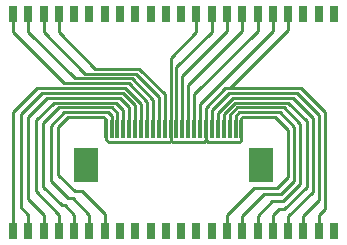
<source format=gtl>
G04 #@! TF.GenerationSoftware,KiCad,Pcbnew,(6.0.1)*
G04 #@! TF.CreationDate,2022-03-04T19:07:32+03:00*
G04 #@! TF.ProjectId,EXT_M_V1.1,4558545f-4d5f-4563-912e-312e6b696361,rev?*
G04 #@! TF.SameCoordinates,Original*
G04 #@! TF.FileFunction,Copper,L1,Top*
G04 #@! TF.FilePolarity,Positive*
%FSLAX46Y46*%
G04 Gerber Fmt 4.6, Leading zero omitted, Abs format (unit mm)*
G04 Created by KiCad (PCBNEW (6.0.1)) date 2022-03-04 19:07:32*
%MOMM*%
%LPD*%
G01*
G04 APERTURE LIST*
G04 #@! TA.AperFunction,ComponentPad*
%ADD10R,0.800000X1.400000*%
G04 #@! TD*
G04 #@! TA.AperFunction,SMDPad,CuDef*
%ADD11R,0.300000X1.500000*%
G04 #@! TD*
G04 #@! TA.AperFunction,SMDPad,CuDef*
%ADD12R,2.000000X3.000000*%
G04 #@! TD*
G04 #@! TA.AperFunction,Conductor*
%ADD13C,0.254000*%
G04 #@! TD*
G04 APERTURE END LIST*
D10*
G04 #@! TO.P,J2,1*
G04 #@! TO.N,/M3_D7*
X170959917Y-104300000D03*
G04 #@! TO.P,J2,2*
G04 #@! TO.N,/B3*
X172253641Y-104300000D03*
G04 #@! TO.P,J2,3*
G04 #@! TO.N,/B5*
X173547415Y-104300000D03*
G04 #@! TO.P,J2,4*
G04 #@! TO.N,/B4*
X174841139Y-104300000D03*
G04 #@! TO.P,J2,5*
G04 #@! TO.N,/B1*
X176134913Y-104300000D03*
G04 #@! TO.P,J2,6*
G04 #@! TO.N,/B2*
X177428637Y-104300000D03*
G04 #@! TO.P,J2,7*
G04 #@! TO.N,/GND*
X178722411Y-104300000D03*
G04 #@! TO.P,J2,8*
G04 #@! TO.N,unconnected-(J2-Pad8)*
X180016135Y-104300000D03*
G04 #@! TO.P,J2,9*
G04 #@! TO.N,unconnected-(J2-Pad9)*
X181309909Y-104300000D03*
G04 #@! TO.P,J2,10*
G04 #@! TO.N,unconnected-(J2-Pad10)*
X182603937Y-104300000D03*
G04 #@! TO.P,J2,11*
G04 #@! TO.N,unconnected-(J2-Pad11)*
X183897966Y-104300000D03*
G04 #@! TO.P,J2,12*
G04 #@! TO.N,unconnected-(J2-Pad12)*
X185191943Y-104300000D03*
G04 #@! TO.P,J2,13*
G04 #@! TO.N,unconnected-(J2-Pad13)*
X186485972Y-104300000D03*
G04 #@! TO.P,J2,14*
G04 #@! TO.N,unconnected-(J2-Pad14)*
X187780000Y-104300000D03*
G04 #@! TO.P,J2,15*
G04 #@! TO.N,/GND*
X189074029Y-104300000D03*
G04 #@! TO.P,J2,16*
G04 #@! TO.N,/M2_D1*
X190368057Y-104300000D03*
G04 #@! TO.P,J2,17*
G04 #@! TO.N,/M2_D2*
X191662085Y-104300000D03*
G04 #@! TO.P,J2,18*
G04 #@! TO.N,/M2_D3*
X192956114Y-104300000D03*
G04 #@! TO.P,J2,19*
G04 #@! TO.N,/M2_D4*
X194250091Y-104300000D03*
G04 #@! TO.P,J2,20*
G04 #@! TO.N,/M2_D5*
X195544120Y-104300000D03*
G04 #@! TO.P,J2,21*
G04 #@! TO.N,/GND*
X196838148Y-104300000D03*
G04 #@! TO.P,J2,22*
G04 #@! TO.N,unconnected-(J2-Pad22)*
X198132177Y-104300000D03*
G04 #@! TD*
D11*
G04 #@! TO.P,J3,1*
G04 #@! TO.N,/GND*
X178799999Y-95701520D03*
G04 #@! TO.P,J3,2*
G04 #@! TO.N,/B2*
X179300023Y-95701520D03*
G04 #@! TO.P,J3,3*
G04 #@! TO.N,/B1*
X179799997Y-95701520D03*
G04 #@! TO.P,J3,4*
G04 #@! TO.N,/B4*
X180300021Y-95701520D03*
G04 #@! TO.P,J3,5*
G04 #@! TO.N,/B5*
X180799995Y-95701520D03*
G04 #@! TO.P,J3,6*
G04 #@! TO.N,/B3*
X181300019Y-95701520D03*
G04 #@! TO.P,J3,7*
G04 #@! TO.N,/M3_D7*
X181799993Y-95701520D03*
G04 #@! TO.P,J3,8*
G04 #@! TO.N,/M3_D2*
X182300017Y-95701520D03*
G04 #@! TO.P,J3,9*
G04 #@! TO.N,/M3_D1*
X182799991Y-95701520D03*
G04 #@! TO.P,J3,10*
G04 #@! TO.N,/VCC3*
X183300015Y-95701520D03*
G04 #@! TO.P,J3,11*
G04 #@! TO.N,/VCC2*
X183799989Y-95701520D03*
G04 #@! TO.P,J3,12*
G04 #@! TO.N,/GND*
X184300013Y-95701520D03*
G04 #@! TO.P,J3,13*
G04 #@! TO.N,/M2_D6*
X184799987Y-95701520D03*
G04 #@! TO.P,J3,14*
G04 #@! TO.N,/M2_D7*
X185300011Y-95701520D03*
G04 #@! TO.P,J3,15*
G04 #@! TO.N,/M2_D8*
X185799985Y-95701520D03*
G04 #@! TO.P,J3,16*
G04 #@! TO.N,/M2_D9*
X186300009Y-95701520D03*
G04 #@! TO.P,J3,17*
G04 #@! TO.N,/M2_D10*
X186799983Y-95701520D03*
G04 #@! TO.P,J3,18*
G04 #@! TO.N,/GND*
X187300007Y-95701520D03*
G04 #@! TO.P,J3,19*
G04 #@! TO.N,/M2_D5*
X187799981Y-95701520D03*
G04 #@! TO.P,J3,20*
G04 #@! TO.N,/M2_D4*
X188300005Y-95701520D03*
G04 #@! TO.P,J3,21*
G04 #@! TO.N,/M2_D3*
X188799979Y-95701520D03*
G04 #@! TO.P,J3,22*
G04 #@! TO.N,/M2_D2*
X189300003Y-95701520D03*
G04 #@! TO.P,J3,23*
G04 #@! TO.N,/M2_D1*
X189800028Y-95701520D03*
G04 #@! TO.P,J3,24*
G04 #@! TO.N,/GND*
X190300052Y-95701520D03*
D12*
G04 #@! TO.P,J3,A*
G04 #@! TO.N,N/C*
X177150015Y-98701514D03*
X191949985Y-98701514D03*
G04 #@! TD*
D10*
G04 #@! TO.P,J1,1*
G04 #@! TO.N,unconnected-(J1-Pad1)*
X198130083Y-85900000D03*
G04 #@! TO.P,J1,2*
G04 #@! TO.N,unconnected-(J1-Pad2)*
X196836359Y-85900000D03*
G04 #@! TO.P,J1,3*
G04 #@! TO.N,unconnected-(J1-Pad3)*
X195542585Y-85900000D03*
G04 #@! TO.P,J1,4*
G04 #@! TO.N,/GND*
X194248861Y-85900000D03*
G04 #@! TO.P,J1,5*
G04 #@! TO.N,/M2_D10*
X192955087Y-85900000D03*
G04 #@! TO.P,J1,6*
G04 #@! TO.N,/M2_D9*
X191661363Y-85900000D03*
G04 #@! TO.P,J1,7*
G04 #@! TO.N,/M2_D8*
X190367589Y-85900000D03*
G04 #@! TO.P,J1,8*
G04 #@! TO.N,/M2_D7*
X189073865Y-85900000D03*
G04 #@! TO.P,J1,9*
G04 #@! TO.N,/M2_D6*
X187780091Y-85900000D03*
G04 #@! TO.P,J1,10*
G04 #@! TO.N,/GND*
X186486063Y-85900000D03*
G04 #@! TO.P,J1,11*
G04 #@! TO.N,unconnected-(J1-Pad11)*
X185192034Y-85900000D03*
G04 #@! TO.P,J1,12*
G04 #@! TO.N,unconnected-(J1-Pad12)*
X183898057Y-85900000D03*
G04 #@! TO.P,J1,13*
G04 #@! TO.N,unconnected-(J1-Pad13)*
X182604028Y-85900000D03*
G04 #@! TO.P,J1,14*
G04 #@! TO.N,unconnected-(J1-Pad14)*
X181310000Y-85900000D03*
G04 #@! TO.P,J1,15*
G04 #@! TO.N,unconnected-(J1-Pad15)*
X180015971Y-85900000D03*
G04 #@! TO.P,J1,16*
G04 #@! TO.N,unconnected-(J1-Pad16)*
X178721943Y-85900000D03*
G04 #@! TO.P,J1,17*
G04 #@! TO.N,unconnected-(J1-Pad17)*
X177427915Y-85900000D03*
G04 #@! TO.P,J1,18*
G04 #@! TO.N,unconnected-(J1-Pad18)*
X176133886Y-85900000D03*
G04 #@! TO.P,J1,19*
G04 #@! TO.N,/VCC2*
X174839909Y-85900000D03*
G04 #@! TO.P,J1,20*
G04 #@! TO.N,/VCC3*
X173545880Y-85900000D03*
G04 #@! TO.P,J1,21*
G04 #@! TO.N,/M3_D1*
X172251852Y-85900000D03*
G04 #@! TO.P,J1,22*
G04 #@! TO.N,/M3_D2*
X170957823Y-85900000D03*
G04 #@! TD*
D13*
G04 #@! TO.N,/GND*
X178594631Y-94655882D02*
X178800010Y-94861261D01*
X187138119Y-96789482D02*
X187300019Y-96627582D01*
X186488997Y-87469104D02*
X186488997Y-85599969D01*
X174793709Y-99558072D02*
X176178019Y-100942382D01*
X190148019Y-96789482D02*
X190300063Y-96637438D01*
X193310319Y-100650282D02*
X194250119Y-99710482D01*
X184300025Y-96643788D02*
X184300025Y-95600000D01*
X190300063Y-96637438D02*
X190300063Y-95600000D01*
X194251795Y-87275506D02*
X194251795Y-85599969D01*
X184300025Y-89658076D02*
X186488997Y-87469104D01*
X187461918Y-96789482D02*
X190148019Y-96789482D01*
X189309819Y-92217482D02*
X194251795Y-87275506D01*
X178725537Y-104599982D02*
X178725537Y-102893000D01*
X191405319Y-100650282D02*
X193310319Y-100650282D01*
X187300019Y-93858982D02*
X188941519Y-92217482D01*
X184300025Y-96643788D02*
X184445719Y-96789482D01*
X190427419Y-94655882D02*
X193183319Y-94655882D01*
X193183319Y-94655882D02*
X194250119Y-95722682D01*
X188941519Y-92217482D02*
X189309819Y-92217482D01*
X195316919Y-92217482D02*
X197368269Y-94268832D01*
X197368269Y-102459732D02*
X197368269Y-94268832D01*
X184445719Y-96789482D02*
X187138119Y-96789482D01*
X178823010Y-96564273D02*
X179048219Y-96789482D01*
X196841275Y-104599982D02*
X196841275Y-102986726D01*
X187300019Y-96627582D02*
X187300019Y-95600000D01*
X178800010Y-95600000D02*
X178800010Y-94861261D01*
X184200330Y-96789482D02*
X184300025Y-96689787D01*
X178823010Y-96564273D02*
X178823010Y-95623000D01*
X189449519Y-92217482D02*
X195316919Y-92217482D01*
X190300063Y-94783238D02*
X190427419Y-94655882D01*
X176178019Y-100942382D02*
X176774919Y-100942382D01*
X179048219Y-96789482D02*
X184200330Y-96789482D01*
X187300019Y-96627582D02*
X187461918Y-96789482D01*
X184300025Y-95600000D02*
X184300025Y-89658076D01*
X178800010Y-95600000D02*
X178823010Y-95623000D01*
X174793709Y-99558072D02*
X174793709Y-95468682D01*
X194250119Y-99710482D02*
X194250119Y-95722682D01*
X189077155Y-104599982D02*
X189077155Y-102978446D01*
X196841275Y-102986726D02*
X197368269Y-102459732D01*
X190300063Y-95600000D02*
X190300063Y-94783238D01*
X184300025Y-96689787D02*
X184300025Y-96643788D01*
X189077155Y-102978446D02*
X191405319Y-100650282D01*
X175606519Y-94655882D02*
X178594631Y-94655882D01*
X176774919Y-100942382D02*
X178725537Y-102893000D01*
X187300019Y-95600000D02*
X187300019Y-93858982D01*
X174793719Y-95468682D02*
X175606519Y-94655882D01*
G04 #@! TO.N,/M2_D10*
X186799994Y-93533507D02*
X192958021Y-87375480D01*
X186799994Y-95600000D02*
X186799994Y-93533507D01*
X192958021Y-87375480D02*
X192958021Y-85599969D01*
G04 #@! TO.N,/M2_D9*
X191664297Y-87335704D02*
X191664297Y-85599969D01*
X186300021Y-92699980D02*
X191664297Y-87335704D01*
X186300021Y-95600000D02*
X186300021Y-92699980D01*
G04 #@! TO.N,/M2_D8*
X190370523Y-87350014D02*
X190370523Y-85599969D01*
X185799996Y-91939530D02*
X190370548Y-87368978D01*
X185799996Y-95600000D02*
X185799996Y-91939530D01*
G04 #@! TO.N,/M2_D7*
X189076799Y-87402252D02*
X189076799Y-85599969D01*
X185300023Y-95600000D02*
X185300023Y-91179028D01*
X185300023Y-91179028D02*
X189076799Y-87402252D01*
G04 #@! TO.N,/M2_D6*
X184800024Y-90418552D02*
X187783025Y-87435551D01*
X187783025Y-87435551D02*
X187783025Y-85599969D01*
X184799998Y-95600000D02*
X184799998Y-90478903D01*
G04 #@! TO.N,/VCC2*
X181639019Y-90579182D02*
X183800000Y-92740163D01*
X183800000Y-95600000D02*
X183800000Y-92740163D01*
X174842843Y-87491406D02*
X174842843Y-85599969D01*
X174842843Y-87491406D02*
X177930619Y-90579182D01*
X177930619Y-90579182D02*
X181639019Y-90579182D01*
G04 #@! TO.N,/VCC3*
X173548814Y-87441977D02*
X177092419Y-90985582D01*
X181346919Y-90985582D02*
X183300027Y-92938690D01*
X177092419Y-90985582D02*
X181346919Y-90985582D01*
X173548814Y-87441977D02*
X173548814Y-85599969D01*
X183300027Y-95600000D02*
X183300027Y-92938690D01*
G04 #@! TO.N,/M3_D1*
X172254786Y-87468749D02*
X172254786Y-85599969D01*
X172254786Y-87468749D02*
X176178019Y-91391982D01*
X182800002Y-95600000D02*
X182800002Y-93187965D01*
X181004019Y-91391982D02*
X182800002Y-93187965D01*
X176178019Y-91391982D02*
X181004019Y-91391982D01*
G04 #@! TO.N,/M3_D2*
X182300029Y-95600000D02*
X182300029Y-93348392D01*
X175314419Y-91798382D02*
X180750019Y-91798382D01*
X170960757Y-87444720D02*
X170960757Y-85599969D01*
X170960757Y-87444720D02*
X175314419Y-91798382D01*
X180750019Y-91798382D02*
X182300029Y-93348392D01*
G04 #@! TO.N,/M3_D7*
X180457919Y-92217482D02*
X181800004Y-93559567D01*
X170963043Y-94257458D02*
X173003019Y-92217482D01*
X170963043Y-104599982D02*
X170963043Y-94257458D01*
X173003019Y-92217482D02*
X180457919Y-92217482D01*
X181800004Y-95600000D02*
X181800004Y-93559567D01*
G04 #@! TO.N,/B3*
X171601488Y-102271351D02*
X172256767Y-102926630D01*
X172256767Y-104599982D02*
X172256767Y-102926630D01*
X180242019Y-92623882D02*
X181300031Y-93681894D01*
X173384019Y-92623882D02*
X180242019Y-92623882D01*
X171601488Y-94406413D02*
X173384019Y-92623882D01*
X171601488Y-102271351D02*
X171601488Y-94406413D01*
X181300031Y-95600000D02*
X181300031Y-93681894D01*
G04 #@! TO.N,/B5*
X180800006Y-95600000D02*
X180800006Y-93842269D01*
X173550541Y-104599982D02*
X173550541Y-102950404D01*
X172239932Y-94685244D02*
X173832080Y-93030282D01*
X179988019Y-93030282D02*
X180800006Y-93842269D01*
X172239932Y-101639795D02*
X172239932Y-94685244D01*
X173832080Y-93030282D02*
X179988019Y-93030282D01*
X172239932Y-101639795D02*
X173550541Y-102950404D01*
G04 #@! TO.N,/B4*
X174844265Y-104599982D02*
X174844265Y-102923328D01*
X172878376Y-100957439D02*
X172878376Y-94947982D01*
X172878376Y-94947982D02*
X174389676Y-93436682D01*
X174389676Y-93436682D02*
X179645119Y-93436682D01*
X180300033Y-95600000D02*
X180300033Y-94091596D01*
X179645119Y-93436682D02*
X180300033Y-94091596D01*
X172878376Y-100957439D02*
X174844265Y-102923328D01*
G04 #@! TO.N,/B1*
X176138039Y-104599982D02*
X176138039Y-102921702D01*
X174819119Y-93843082D02*
X179353019Y-93843082D01*
X175352519Y-102136182D02*
X176138039Y-102921702D01*
X173516820Y-100554483D02*
X173516820Y-95145381D01*
X179353019Y-93843082D02*
X179800008Y-94290071D01*
X175098519Y-102136182D02*
X175352519Y-102136182D01*
X179800008Y-95600000D02*
X179800008Y-94290071D01*
X173516820Y-95145381D02*
X174819119Y-93843082D01*
X173516820Y-100554483D02*
X175098519Y-102136182D01*
G04 #@! TO.N,/B2*
X174155265Y-100100728D02*
X174155265Y-95383236D01*
X176038319Y-101539282D02*
X177431763Y-102932726D01*
X174155265Y-95383236D02*
X175289019Y-94249482D01*
X174155265Y-100100728D02*
X175593819Y-101539282D01*
X177431763Y-104599982D02*
X177431763Y-102932726D01*
X179300035Y-95600000D02*
X179300035Y-94564798D01*
X175593819Y-101539282D02*
X176038319Y-101539282D01*
X178984719Y-94249482D02*
X179300035Y-94564798D01*
X175289019Y-94249482D02*
X178984719Y-94249482D01*
G04 #@! TO.N,/M2_D1*
X190371133Y-103017968D02*
X192205419Y-101183682D01*
X189800039Y-94579682D02*
X190130239Y-94249482D01*
X189800039Y-95600000D02*
X189800039Y-94579682D01*
X190371133Y-104599982D02*
X190371133Y-103017968D01*
X190130239Y-94249482D02*
X193526219Y-94249482D01*
X192205419Y-101183682D02*
X193640519Y-101183682D01*
X193640519Y-101183682D02*
X194769811Y-100054390D01*
X194769811Y-100054390D02*
X194769811Y-95493074D01*
X193526219Y-94249482D02*
X194769811Y-95493074D01*
G04 #@! TO.N,/M2_D2*
X193919919Y-93843082D02*
X195289502Y-95212665D01*
X193805619Y-101805982D02*
X195289502Y-100322099D01*
X191665161Y-104599982D02*
X191665161Y-103044740D01*
X189300015Y-94489037D02*
X189923143Y-93843082D01*
X195289502Y-100322099D02*
X195289502Y-95212665D01*
X191665161Y-103044740D02*
X192903919Y-101805982D01*
X192903919Y-101805982D02*
X193805619Y-101805982D01*
X189300015Y-95600000D02*
X189300015Y-94489037D01*
X189923143Y-93843082D02*
X193919919Y-93843082D01*
G04 #@! TO.N,/M2_D3*
X189728919Y-93436682D02*
X194275519Y-93436682D01*
X193932619Y-102453682D02*
X195809194Y-100577107D01*
X193488119Y-102453682D02*
X193932619Y-102453682D01*
X195809194Y-100259607D02*
X195809194Y-94970357D01*
X194275519Y-93436682D02*
X195809194Y-94970357D01*
X192959189Y-104599982D02*
X192959189Y-102982612D01*
X195809194Y-100259607D02*
X195812219Y-100256582D01*
X195809194Y-100577107D02*
X195809194Y-100259607D01*
X188799990Y-94365611D02*
X189728919Y-93436682D01*
X188799990Y-95600000D02*
X188799990Y-94365611D01*
X195812219Y-100256582D02*
X195812219Y-100027982D01*
X192959189Y-102982612D02*
X193488119Y-102453682D01*
G04 #@! TO.N,/M2_D4*
X194253218Y-103047483D02*
X196328885Y-100971816D01*
X194643819Y-93030282D02*
X196328885Y-94715348D01*
X196328885Y-100971816D02*
X196328885Y-94715348D01*
X188300017Y-94290848D02*
X189560583Y-93030282D01*
X194253218Y-104599982D02*
X194253218Y-103047483D01*
X188300017Y-95600000D02*
X188300017Y-94290848D01*
X189560583Y-93030282D02*
X194643819Y-93030282D01*
G04 #@! TO.N,/M2_D5*
X187799992Y-94092373D02*
X189268483Y-92623882D01*
X195012119Y-92623882D02*
X196848577Y-94460340D01*
X195547246Y-102998055D02*
X196848577Y-101696724D01*
X189268483Y-92623882D02*
X195012119Y-92623882D01*
X187799992Y-95600000D02*
X187799992Y-94092373D01*
X195547246Y-104599982D02*
X195547246Y-102998055D01*
X196848577Y-101696724D02*
X196848577Y-94460340D01*
G04 #@! TD*
M02*

</source>
